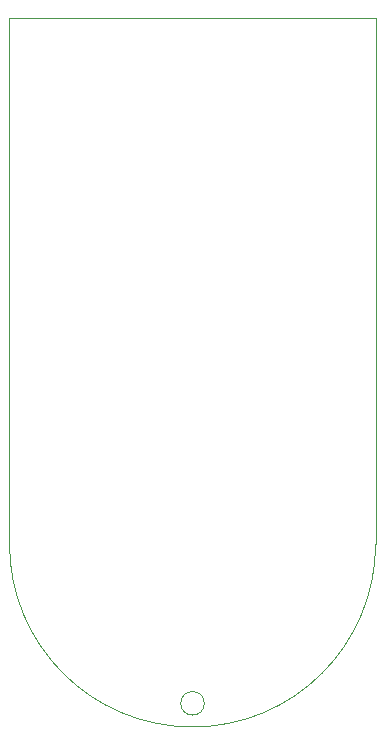
<source format=gbr>
%TF.GenerationSoftware,KiCad,Pcbnew,9.0.0*%
%TF.CreationDate,2025-03-23T12:51:39+01:00*%
%TF.ProjectId,ppicoV1,70706963-6f56-4312-9e6b-696361645f70,rev?*%
%TF.SameCoordinates,Original*%
%TF.FileFunction,Profile,NP*%
%FSLAX46Y46*%
G04 Gerber Fmt 4.6, Leading zero omitted, Abs format (unit mm)*
G04 Created by KiCad (PCBNEW 9.0.0) date 2025-03-23 12:51:39*
%MOMM*%
%LPD*%
G01*
G04 APERTURE LIST*
%TA.AperFunction,Profile*%
%ADD10C,0.050000*%
%TD*%
G04 APERTURE END LIST*
D10*
X145500000Y-84500000D02*
G75*
G02*
X114500000Y-84500000I-15500000J0D01*
G01*
X114500000Y-50000000D02*
X114500000Y-84500000D01*
X145500000Y-40000000D02*
X145500000Y-84500000D01*
X114500000Y-40000000D02*
X145500000Y-40000000D01*
X114500000Y-50000000D02*
X114500000Y-40000000D01*
X131000000Y-98000000D02*
G75*
G02*
X129000000Y-98000000I-1000000J0D01*
G01*
X129000000Y-98000000D02*
G75*
G02*
X131000000Y-98000000I1000000J0D01*
G01*
M02*

</source>
